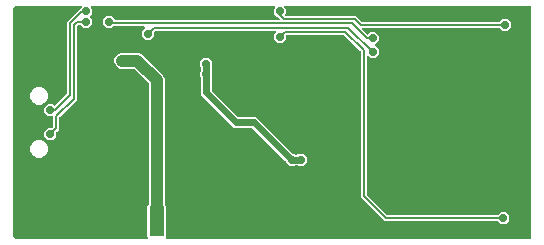
<source format=gbr>
G04 EAGLE Gerber RS-274X export*
G75*
%MOMM*%
%FSLAX34Y34*%
%LPD*%
%INBottom Copper*%
%IPPOS*%
%AMOC8*
5,1,8,0,0,1.08239X$1,22.5*%
G01*
%ADD10C,1.778000*%
%ADD11R,1.270000X2.540000*%
%ADD12C,0.706400*%
%ADD13C,0.200000*%
%ADD14C,0.609600*%
%ADD15C,1.016000*%

G36*
X115903Y2755D02*
X115903Y2755D01*
X115935Y2753D01*
X116042Y2775D01*
X116150Y2791D01*
X116179Y2804D01*
X116211Y2810D01*
X116307Y2862D01*
X116407Y2907D01*
X116431Y2928D01*
X116460Y2943D01*
X116538Y3019D01*
X116621Y3090D01*
X116639Y3117D01*
X116662Y3140D01*
X116716Y3235D01*
X116775Y3326D01*
X116785Y3357D01*
X116801Y3385D01*
X116826Y3491D01*
X116858Y3596D01*
X116858Y3628D01*
X116866Y3660D01*
X116860Y3769D01*
X116862Y3878D01*
X116853Y3909D01*
X116851Y3941D01*
X116816Y4044D01*
X116786Y4150D01*
X116769Y4177D01*
X116759Y4208D01*
X116705Y4281D01*
X116638Y4390D01*
X116602Y4422D01*
X116585Y4445D01*
X116585Y31112D01*
X117563Y32089D01*
X117620Y32166D01*
X117685Y32237D01*
X117705Y32278D01*
X117732Y32314D01*
X117766Y32405D01*
X117808Y32491D01*
X117814Y32533D01*
X117831Y32578D01*
X117841Y32706D01*
X117855Y32795D01*
X117855Y134010D01*
X117842Y134105D01*
X117837Y134201D01*
X117822Y134245D01*
X117815Y134290D01*
X117776Y134377D01*
X117744Y134468D01*
X117719Y134502D01*
X117699Y134546D01*
X117616Y134644D01*
X117563Y134717D01*
X105507Y146773D01*
X105430Y146830D01*
X105359Y146895D01*
X105318Y146915D01*
X105281Y146942D01*
X105191Y146976D01*
X105105Y147018D01*
X105063Y147024D01*
X105017Y147041D01*
X104890Y147051D01*
X104800Y147065D01*
X93936Y147065D01*
X91509Y148071D01*
X89651Y149929D01*
X88645Y152356D01*
X88645Y154984D01*
X89651Y157411D01*
X91509Y159269D01*
X93936Y160275D01*
X109264Y160275D01*
X111691Y159269D01*
X130059Y140901D01*
X131065Y138474D01*
X131065Y32795D01*
X131078Y32701D01*
X131083Y32604D01*
X131098Y32561D01*
X131105Y32516D01*
X131144Y32429D01*
X131176Y32338D01*
X131201Y32303D01*
X131221Y32259D01*
X131304Y32162D01*
X131357Y32089D01*
X132335Y31112D01*
X132335Y4446D01*
X132324Y4431D01*
X132299Y4410D01*
X132239Y4318D01*
X132174Y4231D01*
X132162Y4201D01*
X132145Y4174D01*
X132113Y4069D01*
X132074Y3967D01*
X132072Y3935D01*
X132062Y3904D01*
X132061Y3795D01*
X132052Y3686D01*
X132059Y3654D01*
X132058Y3622D01*
X132088Y3517D01*
X132110Y3410D01*
X132125Y3381D01*
X132134Y3350D01*
X132191Y3257D01*
X132242Y3161D01*
X132265Y3138D01*
X132282Y3110D01*
X132363Y3037D01*
X132439Y2959D01*
X132467Y2943D01*
X132491Y2921D01*
X132589Y2874D01*
X132684Y2820D01*
X132716Y2812D01*
X132745Y2798D01*
X132834Y2784D01*
X132959Y2755D01*
X133007Y2757D01*
X133049Y2751D01*
X440750Y2751D01*
X440814Y2760D01*
X440878Y2759D01*
X440953Y2780D01*
X441029Y2791D01*
X441088Y2817D01*
X441150Y2834D01*
X441216Y2875D01*
X441286Y2907D01*
X441335Y2949D01*
X441390Y2982D01*
X441442Y3040D01*
X441500Y3090D01*
X441536Y3144D01*
X441579Y3192D01*
X441612Y3261D01*
X441655Y3326D01*
X441674Y3388D01*
X441702Y3445D01*
X441713Y3515D01*
X441737Y3596D01*
X441738Y3681D01*
X441749Y3750D01*
X441749Y199450D01*
X441740Y199514D01*
X441741Y199578D01*
X441720Y199653D01*
X441709Y199729D01*
X441683Y199788D01*
X441666Y199850D01*
X441625Y199916D01*
X441593Y199986D01*
X441551Y200035D01*
X441518Y200090D01*
X441460Y200142D01*
X441410Y200200D01*
X441356Y200236D01*
X441308Y200279D01*
X441239Y200312D01*
X441174Y200355D01*
X441112Y200374D01*
X441055Y200402D01*
X440985Y200413D01*
X440904Y200437D01*
X440819Y200438D01*
X440750Y200449D01*
X233294Y200449D01*
X233262Y200445D01*
X233230Y200447D01*
X233123Y200425D01*
X233015Y200409D01*
X232986Y200396D01*
X232954Y200390D01*
X232858Y200338D01*
X232758Y200293D01*
X232734Y200272D01*
X232705Y200257D01*
X232627Y200181D01*
X232544Y200110D01*
X232526Y200083D01*
X232503Y200060D01*
X232449Y199965D01*
X232390Y199874D01*
X232380Y199843D01*
X232364Y199815D01*
X232339Y199709D01*
X232307Y199604D01*
X232307Y199572D01*
X232299Y199541D01*
X232305Y199431D01*
X232303Y199322D01*
X232312Y199291D01*
X232314Y199259D01*
X232349Y199156D01*
X232379Y199050D01*
X232396Y199023D01*
X232406Y198992D01*
X232459Y198919D01*
X232527Y198810D01*
X232563Y198778D01*
X232588Y198743D01*
X233657Y197675D01*
X233657Y193485D01*
X233346Y193175D01*
X233326Y193149D01*
X233302Y193128D01*
X233242Y193036D01*
X233177Y192949D01*
X233165Y192919D01*
X233148Y192892D01*
X233116Y192787D01*
X233077Y192685D01*
X233075Y192653D01*
X233065Y192622D01*
X233064Y192513D01*
X233055Y192404D01*
X233062Y192372D01*
X233061Y192340D01*
X233091Y192235D01*
X233113Y192128D01*
X233128Y192099D01*
X233137Y192068D01*
X233194Y191975D01*
X233245Y191879D01*
X233268Y191856D01*
X233285Y191828D01*
X233366Y191755D01*
X233442Y191677D01*
X233470Y191661D01*
X233494Y191639D01*
X233592Y191592D01*
X233687Y191538D01*
X233719Y191530D01*
X233748Y191516D01*
X233837Y191502D01*
X233962Y191473D01*
X234010Y191475D01*
X234052Y191469D01*
X293336Y191469D01*
X297837Y186967D01*
X297914Y186910D01*
X297985Y186845D01*
X298026Y186825D01*
X298062Y186798D01*
X298152Y186764D01*
X298239Y186722D01*
X298281Y186716D01*
X298326Y186699D01*
X298454Y186689D01*
X298543Y186675D01*
X414060Y186675D01*
X414154Y186688D01*
X414251Y186693D01*
X414294Y186708D01*
X414339Y186715D01*
X414426Y186754D01*
X414517Y186786D01*
X414552Y186811D01*
X414596Y186831D01*
X414693Y186914D01*
X414766Y186967D01*
X417005Y189207D01*
X421195Y189207D01*
X424157Y186245D01*
X424157Y182055D01*
X421195Y179093D01*
X417005Y179093D01*
X414766Y181333D01*
X414689Y181390D01*
X414618Y181455D01*
X414577Y181475D01*
X414541Y181502D01*
X414450Y181536D01*
X414364Y181578D01*
X414322Y181584D01*
X414277Y181601D01*
X414149Y181611D01*
X414060Y181625D01*
X299338Y181625D01*
X299306Y181621D01*
X299274Y181623D01*
X299167Y181601D01*
X299058Y181585D01*
X299029Y181572D01*
X298997Y181566D01*
X298901Y181514D01*
X298801Y181469D01*
X298777Y181448D01*
X298749Y181433D01*
X298670Y181357D01*
X298587Y181286D01*
X298570Y181259D01*
X298546Y181236D01*
X298493Y181141D01*
X298433Y181050D01*
X298423Y181019D01*
X298407Y180991D01*
X298382Y180884D01*
X298350Y180780D01*
X298350Y180748D01*
X298342Y180717D01*
X298348Y180607D01*
X298347Y180498D01*
X298355Y180467D01*
X298357Y180435D01*
X298393Y180332D01*
X298422Y180226D01*
X298439Y180199D01*
X298449Y180168D01*
X298503Y180095D01*
X298570Y179986D01*
X298578Y179980D01*
X298579Y179978D01*
X298608Y179951D01*
X298631Y179919D01*
X302303Y176247D01*
X302354Y176209D01*
X302399Y176163D01*
X302467Y176125D01*
X302529Y176078D01*
X302589Y176055D01*
X302645Y176024D01*
X302720Y176006D01*
X302792Y175979D01*
X302856Y175974D01*
X302919Y175959D01*
X302997Y175963D01*
X303074Y175957D01*
X303137Y175970D01*
X303201Y175973D01*
X303274Y175999D01*
X303350Y176014D01*
X303407Y176045D01*
X303467Y176066D01*
X303524Y176107D01*
X303599Y176147D01*
X303659Y176206D01*
X303716Y176247D01*
X305245Y177777D01*
X309435Y177777D01*
X312397Y174815D01*
X312397Y170625D01*
X309483Y167712D01*
X309444Y167660D01*
X309398Y167615D01*
X309360Y167548D01*
X309314Y167486D01*
X309291Y167426D01*
X309259Y167370D01*
X309241Y167295D01*
X309214Y167222D01*
X309209Y167158D01*
X309194Y167095D01*
X309198Y167018D01*
X309192Y166941D01*
X309205Y166878D01*
X309209Y166814D01*
X309234Y166741D01*
X309250Y166665D01*
X309280Y166608D01*
X309301Y166547D01*
X309343Y166491D01*
X309382Y166416D01*
X309441Y166355D01*
X309483Y166298D01*
X312397Y163385D01*
X312397Y159195D01*
X309435Y156233D01*
X305245Y156233D01*
X303951Y157528D01*
X303925Y157547D01*
X303904Y157572D01*
X303812Y157632D01*
X303725Y157697D01*
X303695Y157709D01*
X303668Y157726D01*
X303563Y157758D01*
X303461Y157797D01*
X303429Y157799D01*
X303398Y157809D01*
X303289Y157810D01*
X303180Y157819D01*
X303148Y157812D01*
X303116Y157813D01*
X303011Y157783D01*
X302904Y157761D01*
X302875Y157746D01*
X302844Y157737D01*
X302751Y157680D01*
X302655Y157629D01*
X302632Y157606D01*
X302604Y157589D01*
X302531Y157508D01*
X302453Y157432D01*
X302437Y157404D01*
X302415Y157380D01*
X302368Y157282D01*
X302314Y157187D01*
X302306Y157155D01*
X302292Y157126D01*
X302278Y157037D01*
X302249Y156912D01*
X302251Y156864D01*
X302245Y156822D01*
X302245Y40830D01*
X302258Y40735D01*
X302263Y40639D01*
X302278Y40595D01*
X302285Y40550D01*
X302324Y40463D01*
X302356Y40372D01*
X302381Y40338D01*
X302401Y40294D01*
X302484Y40196D01*
X302537Y40123D01*
X319523Y23137D01*
X319600Y23080D01*
X319671Y23015D01*
X319712Y22995D01*
X319749Y22968D01*
X319839Y22934D01*
X319925Y22892D01*
X319967Y22886D01*
X320013Y22869D01*
X320140Y22859D01*
X320230Y22845D01*
X412790Y22845D01*
X412884Y22858D01*
X412981Y22863D01*
X413024Y22878D01*
X413069Y22885D01*
X413156Y22924D01*
X413247Y22956D01*
X413282Y22981D01*
X413326Y23001D01*
X413423Y23084D01*
X413496Y23137D01*
X415735Y25377D01*
X419925Y25377D01*
X422887Y22415D01*
X422887Y18225D01*
X419925Y15263D01*
X415735Y15263D01*
X413496Y17503D01*
X413419Y17560D01*
X413348Y17625D01*
X413307Y17645D01*
X413271Y17672D01*
X413180Y17706D01*
X413094Y17748D01*
X413052Y17754D01*
X413007Y17771D01*
X412879Y17781D01*
X412790Y17795D01*
X317724Y17795D01*
X297195Y38324D01*
X297195Y161197D01*
X297182Y161291D01*
X297177Y161388D01*
X297162Y161431D01*
X297155Y161476D01*
X297116Y161563D01*
X297084Y161654D01*
X297059Y161689D01*
X297039Y161733D01*
X296956Y161830D01*
X296903Y161903D01*
X283251Y175555D01*
X283174Y175612D01*
X283103Y175677D01*
X283062Y175697D01*
X283026Y175724D01*
X282936Y175758D01*
X282849Y175800D01*
X282807Y175806D01*
X282762Y175823D01*
X282634Y175833D01*
X282545Y175847D01*
X234656Y175847D01*
X234592Y175838D01*
X234528Y175839D01*
X234453Y175818D01*
X234377Y175807D01*
X234318Y175781D01*
X234256Y175764D01*
X234190Y175723D01*
X234120Y175691D01*
X234071Y175649D01*
X234016Y175616D01*
X233964Y175558D01*
X233906Y175508D01*
X233870Y175454D01*
X233827Y175406D01*
X233794Y175337D01*
X233751Y175272D01*
X233732Y175210D01*
X233704Y175153D01*
X233693Y175083D01*
X233669Y175002D01*
X233668Y174917D01*
X233657Y174848D01*
X233657Y171895D01*
X230695Y168933D01*
X226505Y168933D01*
X223543Y171895D01*
X223543Y176085D01*
X225124Y177665D01*
X225143Y177691D01*
X225168Y177712D01*
X225228Y177804D01*
X225293Y177891D01*
X225305Y177921D01*
X225322Y177948D01*
X225354Y178053D01*
X225393Y178155D01*
X225395Y178187D01*
X225405Y178218D01*
X225406Y178327D01*
X225415Y178436D01*
X225408Y178468D01*
X225409Y178500D01*
X225379Y178605D01*
X225357Y178712D01*
X225342Y178741D01*
X225333Y178772D01*
X225276Y178865D01*
X225225Y178961D01*
X225202Y178984D01*
X225185Y179012D01*
X225104Y179085D01*
X225028Y179163D01*
X225000Y179179D01*
X224976Y179201D01*
X224878Y179248D01*
X224783Y179302D01*
X224751Y179310D01*
X224722Y179324D01*
X224633Y179338D01*
X224508Y179367D01*
X224460Y179365D01*
X224418Y179371D01*
X123666Y179371D01*
X123571Y179358D01*
X123475Y179353D01*
X123431Y179338D01*
X123386Y179331D01*
X123299Y179292D01*
X123208Y179260D01*
X123174Y179235D01*
X123130Y179215D01*
X123032Y179132D01*
X122959Y179079D01*
X122189Y178309D01*
X122175Y178290D01*
X122163Y178279D01*
X122132Y178232D01*
X122067Y178161D01*
X122047Y178120D01*
X122020Y178083D01*
X121986Y177993D01*
X121944Y177907D01*
X121938Y177865D01*
X121921Y177819D01*
X121911Y177692D01*
X121897Y177602D01*
X121897Y174435D01*
X118935Y171473D01*
X114745Y171473D01*
X111783Y174435D01*
X111783Y178625D01*
X114348Y181189D01*
X114368Y181215D01*
X114392Y181236D01*
X114452Y181328D01*
X114517Y181415D01*
X114529Y181445D01*
X114546Y181472D01*
X114578Y181577D01*
X114617Y181679D01*
X114619Y181711D01*
X114629Y181742D01*
X114630Y181851D01*
X114639Y181960D01*
X114632Y181992D01*
X114633Y182024D01*
X114603Y182129D01*
X114581Y182236D01*
X114566Y182265D01*
X114557Y182296D01*
X114500Y182389D01*
X114449Y182485D01*
X114426Y182508D01*
X114409Y182536D01*
X114328Y182609D01*
X114252Y182687D01*
X114224Y182703D01*
X114200Y182725D01*
X114102Y182772D01*
X114007Y182826D01*
X113975Y182834D01*
X113946Y182848D01*
X113857Y182862D01*
X113732Y182891D01*
X113684Y182889D01*
X113642Y182895D01*
X87590Y182895D01*
X87496Y182882D01*
X87399Y182877D01*
X87356Y182862D01*
X87311Y182855D01*
X87224Y182816D01*
X87133Y182784D01*
X87098Y182759D01*
X87054Y182739D01*
X86957Y182656D01*
X86884Y182603D01*
X85915Y181633D01*
X81725Y181633D01*
X78763Y184595D01*
X78763Y188785D01*
X81725Y191747D01*
X85915Y191747D01*
X88900Y188761D01*
X88906Y188741D01*
X88917Y188665D01*
X88943Y188606D01*
X88960Y188544D01*
X89001Y188478D01*
X89033Y188408D01*
X89075Y188359D01*
X89108Y188304D01*
X89166Y188252D01*
X89216Y188194D01*
X89270Y188158D01*
X89318Y188115D01*
X89387Y188082D01*
X89452Y188039D01*
X89514Y188020D01*
X89571Y187992D01*
X89641Y187981D01*
X89722Y187957D01*
X89807Y187956D01*
X89876Y187945D01*
X227426Y187945D01*
X227458Y187949D01*
X227490Y187947D01*
X227597Y187969D01*
X227706Y187985D01*
X227735Y187998D01*
X227767Y188004D01*
X227863Y188056D01*
X227963Y188101D01*
X227987Y188122D01*
X228016Y188137D01*
X228094Y188213D01*
X228177Y188284D01*
X228194Y188311D01*
X228218Y188334D01*
X228271Y188428D01*
X228331Y188520D01*
X228341Y188551D01*
X228357Y188579D01*
X228382Y188685D01*
X228414Y188790D01*
X228414Y188822D01*
X228422Y188853D01*
X228416Y188963D01*
X228417Y189072D01*
X228409Y189103D01*
X228407Y189135D01*
X228371Y189238D01*
X228342Y189344D01*
X228325Y189371D01*
X228315Y189402D01*
X228261Y189475D01*
X228194Y189584D01*
X228158Y189616D01*
X228133Y189651D01*
X227553Y190231D01*
X227476Y190288D01*
X227405Y190353D01*
X227364Y190373D01*
X227327Y190400D01*
X227237Y190434D01*
X227151Y190476D01*
X227109Y190482D01*
X227063Y190499D01*
X226936Y190509D01*
X226846Y190523D01*
X226505Y190523D01*
X223543Y193485D01*
X223543Y197675D01*
X224612Y198743D01*
X224631Y198769D01*
X224656Y198790D01*
X224716Y198882D01*
X224781Y198969D01*
X224793Y198999D01*
X224810Y199026D01*
X224842Y199131D01*
X224881Y199233D01*
X224883Y199265D01*
X224893Y199296D01*
X224894Y199405D01*
X224903Y199514D01*
X224896Y199546D01*
X224897Y199578D01*
X224867Y199683D01*
X224845Y199790D01*
X224830Y199819D01*
X224821Y199850D01*
X224764Y199943D01*
X224713Y200039D01*
X224690Y200062D01*
X224673Y200090D01*
X224592Y200163D01*
X224516Y200241D01*
X224488Y200257D01*
X224464Y200279D01*
X224366Y200326D01*
X224271Y200380D01*
X224239Y200388D01*
X224210Y200402D01*
X224121Y200416D01*
X223996Y200445D01*
X223948Y200443D01*
X223906Y200449D01*
X69464Y200449D01*
X69432Y200445D01*
X69400Y200447D01*
X69293Y200425D01*
X69185Y200409D01*
X69156Y200396D01*
X69124Y200390D01*
X69028Y200338D01*
X68928Y200293D01*
X68904Y200272D01*
X68875Y200257D01*
X68797Y200181D01*
X68714Y200110D01*
X68696Y200083D01*
X68673Y200060D01*
X68619Y199965D01*
X68560Y199874D01*
X68550Y199843D01*
X68534Y199815D01*
X68509Y199709D01*
X68477Y199604D01*
X68477Y199572D01*
X68469Y199541D01*
X68475Y199431D01*
X68473Y199322D01*
X68482Y199291D01*
X68484Y199259D01*
X68519Y199156D01*
X68549Y199050D01*
X68566Y199023D01*
X68576Y198992D01*
X68629Y198919D01*
X68697Y198810D01*
X68733Y198778D01*
X68758Y198743D01*
X69827Y197675D01*
X69827Y193485D01*
X68183Y191842D01*
X68144Y191790D01*
X68098Y191745D01*
X68060Y191678D01*
X68014Y191616D01*
X67991Y191556D01*
X67959Y191500D01*
X67941Y191425D01*
X67914Y191352D01*
X67909Y191288D01*
X67894Y191226D01*
X67898Y191148D01*
X67892Y191071D01*
X67905Y191008D01*
X67909Y190944D01*
X67934Y190871D01*
X67950Y190795D01*
X67980Y190738D01*
X68001Y190677D01*
X68043Y190621D01*
X68082Y190546D01*
X68142Y190485D01*
X68183Y190428D01*
X69827Y188785D01*
X69827Y184595D01*
X66865Y181633D01*
X62675Y181633D01*
X60436Y183873D01*
X60359Y183930D01*
X60288Y183995D01*
X60247Y184015D01*
X60211Y184042D01*
X60120Y184076D01*
X60034Y184118D01*
X59992Y184124D01*
X59947Y184141D01*
X59819Y184151D01*
X59730Y184165D01*
X58610Y184165D01*
X58515Y184152D01*
X58419Y184147D01*
X58375Y184132D01*
X58330Y184125D01*
X58243Y184086D01*
X58152Y184054D01*
X58118Y184029D01*
X58074Y184009D01*
X57976Y183926D01*
X57903Y183873D01*
X57141Y183111D01*
X57084Y183034D01*
X57019Y182963D01*
X56999Y182922D01*
X56972Y182885D01*
X56938Y182795D01*
X56896Y182709D01*
X56890Y182667D01*
X56873Y182621D01*
X56863Y182494D01*
X56849Y182404D01*
X56849Y120684D01*
X55077Y118913D01*
X42187Y106023D01*
X42130Y105946D01*
X42065Y105875D01*
X42045Y105834D01*
X42018Y105798D01*
X41984Y105708D01*
X41942Y105621D01*
X41936Y105579D01*
X41919Y105534D01*
X41909Y105406D01*
X41895Y105317D01*
X41895Y95474D01*
X39639Y93219D01*
X39582Y93142D01*
X39517Y93071D01*
X39497Y93030D01*
X39470Y92993D01*
X39436Y92903D01*
X39394Y92817D01*
X39388Y92775D01*
X39371Y92729D01*
X39361Y92602D01*
X39347Y92512D01*
X39347Y89345D01*
X36385Y86383D01*
X32195Y86383D01*
X29233Y89345D01*
X29233Y93535D01*
X32195Y96497D01*
X35362Y96497D01*
X35457Y96510D01*
X35553Y96515D01*
X35597Y96530D01*
X35642Y96537D01*
X35729Y96576D01*
X35820Y96608D01*
X35854Y96633D01*
X35898Y96653D01*
X35996Y96736D01*
X36069Y96789D01*
X36553Y97273D01*
X36610Y97350D01*
X36675Y97421D01*
X36695Y97462D01*
X36722Y97499D01*
X36756Y97589D01*
X36798Y97675D01*
X36804Y97717D01*
X36821Y97763D01*
X36831Y97890D01*
X36845Y97980D01*
X36845Y105704D01*
X36837Y105765D01*
X36837Y105801D01*
X36837Y105803D01*
X36837Y105832D01*
X36816Y105907D01*
X36805Y105983D01*
X36779Y106042D01*
X36762Y106104D01*
X36721Y106170D01*
X36689Y106240D01*
X36647Y106289D01*
X36614Y106344D01*
X36556Y106396D01*
X36506Y106454D01*
X36452Y106490D01*
X36404Y106533D01*
X36335Y106566D01*
X36270Y106609D01*
X36208Y106628D01*
X36151Y106656D01*
X36081Y106667D01*
X36000Y106691D01*
X35915Y106692D01*
X35846Y106703D01*
X32195Y106703D01*
X29233Y109665D01*
X29233Y113855D01*
X32195Y116817D01*
X36385Y116817D01*
X37279Y115922D01*
X37330Y115884D01*
X37375Y115838D01*
X37442Y115800D01*
X37504Y115753D01*
X37564Y115731D01*
X37620Y115699D01*
X37696Y115681D01*
X37768Y115654D01*
X37832Y115649D01*
X37895Y115634D01*
X37972Y115638D01*
X38049Y115632D01*
X38112Y115645D01*
X38177Y115648D01*
X38250Y115674D01*
X38326Y115689D01*
X38382Y115720D01*
X38443Y115741D01*
X38500Y115782D01*
X38575Y115822D01*
X38635Y115881D01*
X38692Y115922D01*
X47983Y125213D01*
X48040Y125290D01*
X48105Y125361D01*
X48125Y125402D01*
X48152Y125439D01*
X48186Y125529D01*
X48228Y125615D01*
X48234Y125657D01*
X48251Y125703D01*
X48261Y125830D01*
X48275Y125920D01*
X48275Y186466D01*
X59939Y198130D01*
X59964Y198138D01*
X60009Y198145D01*
X60096Y198184D01*
X60187Y198216D01*
X60221Y198241D01*
X60266Y198261D01*
X60363Y198344D01*
X60436Y198397D01*
X60782Y198743D01*
X60801Y198769D01*
X60826Y198790D01*
X60886Y198882D01*
X60951Y198969D01*
X60963Y198999D01*
X60980Y199026D01*
X61012Y199131D01*
X61051Y199233D01*
X61053Y199265D01*
X61063Y199296D01*
X61064Y199405D01*
X61073Y199514D01*
X61066Y199546D01*
X61067Y199578D01*
X61037Y199683D01*
X61015Y199790D01*
X61000Y199819D01*
X60991Y199850D01*
X60934Y199943D01*
X60883Y200039D01*
X60860Y200062D01*
X60843Y200090D01*
X60762Y200163D01*
X60686Y200241D01*
X60658Y200257D01*
X60634Y200279D01*
X60535Y200326D01*
X60441Y200380D01*
X60409Y200388D01*
X60380Y200402D01*
X60291Y200416D01*
X60166Y200445D01*
X60118Y200443D01*
X60076Y200449D01*
X6350Y200449D01*
X6280Y200439D01*
X6220Y200441D01*
X5547Y200352D01*
X5507Y200341D01*
X5465Y200338D01*
X5384Y200307D01*
X5275Y200276D01*
X5225Y200245D01*
X5177Y200227D01*
X4012Y199554D01*
X3928Y199488D01*
X3840Y199428D01*
X3819Y199403D01*
X3790Y199380D01*
X3704Y199259D01*
X3646Y199188D01*
X2973Y198023D01*
X2958Y197984D01*
X2935Y197949D01*
X2910Y197866D01*
X2868Y197761D01*
X2862Y197702D01*
X2848Y197653D01*
X2759Y196980D01*
X2760Y196910D01*
X2751Y196850D01*
X2751Y6350D01*
X2761Y6280D01*
X2759Y6220D01*
X2848Y5547D01*
X2859Y5507D01*
X2862Y5465D01*
X2893Y5384D01*
X2924Y5275D01*
X2955Y5225D01*
X2973Y5177D01*
X3646Y4012D01*
X3712Y3928D01*
X3772Y3840D01*
X3797Y3819D01*
X3820Y3790D01*
X3941Y3704D01*
X4012Y3646D01*
X5177Y2973D01*
X5216Y2958D01*
X5251Y2935D01*
X5334Y2910D01*
X5439Y2868D01*
X5498Y2862D01*
X5547Y2848D01*
X6220Y2759D01*
X6290Y2760D01*
X6350Y2751D01*
X115871Y2751D01*
X115903Y2755D01*
G37*
%LPC*%
G36*
X236665Y64793D02*
X236665Y64793D01*
X233703Y67755D01*
X233703Y68026D01*
X233690Y68121D01*
X233685Y68217D01*
X233670Y68260D01*
X233663Y68305D01*
X233624Y68393D01*
X233592Y68484D01*
X233567Y68518D01*
X233547Y68562D01*
X233464Y68659D01*
X233411Y68733D01*
X205409Y96735D01*
X205332Y96792D01*
X205260Y96857D01*
X205219Y96877D01*
X205183Y96904D01*
X205093Y96938D01*
X205007Y96980D01*
X204965Y96986D01*
X204919Y97003D01*
X204791Y97013D01*
X204702Y97027D01*
X189876Y97027D01*
X161797Y125106D01*
X161797Y139248D01*
X161784Y139342D01*
X161779Y139439D01*
X161764Y139482D01*
X161757Y139527D01*
X161718Y139614D01*
X161686Y139705D01*
X161661Y139740D01*
X161641Y139784D01*
X161558Y139881D01*
X161505Y139954D01*
X161313Y140145D01*
X161313Y144335D01*
X161505Y144526D01*
X161562Y144603D01*
X161627Y144674D01*
X161647Y144715D01*
X161674Y144751D01*
X161708Y144842D01*
X161750Y144928D01*
X161756Y144970D01*
X161773Y145015D01*
X161783Y145143D01*
X161797Y145232D01*
X161797Y148138D01*
X161784Y148232D01*
X161779Y148329D01*
X161764Y148372D01*
X161757Y148417D01*
X161718Y148504D01*
X161686Y148595D01*
X161661Y148630D01*
X161641Y148674D01*
X161558Y148771D01*
X161505Y148844D01*
X161313Y149035D01*
X161313Y153225D01*
X164275Y156187D01*
X168465Y156187D01*
X171427Y153225D01*
X171427Y149035D01*
X171235Y148844D01*
X171178Y148767D01*
X171113Y148696D01*
X171093Y148655D01*
X171066Y148619D01*
X171032Y148528D01*
X170990Y148442D01*
X170984Y148400D01*
X170967Y148355D01*
X170957Y148227D01*
X170943Y148138D01*
X170943Y145232D01*
X170956Y145138D01*
X170961Y145041D01*
X170976Y144998D01*
X170983Y144953D01*
X171022Y144866D01*
X171054Y144775D01*
X171079Y144740D01*
X171099Y144696D01*
X171182Y144599D01*
X171235Y144526D01*
X171427Y144335D01*
X171427Y140145D01*
X171235Y139954D01*
X171178Y139877D01*
X171113Y139806D01*
X171093Y139765D01*
X171066Y139729D01*
X171032Y139638D01*
X170990Y139552D01*
X170984Y139510D01*
X170967Y139465D01*
X170957Y139337D01*
X170943Y139248D01*
X170943Y129308D01*
X170956Y129213D01*
X170961Y129117D01*
X170976Y129074D01*
X170983Y129029D01*
X171022Y128941D01*
X171054Y128850D01*
X171079Y128816D01*
X171099Y128772D01*
X171182Y128675D01*
X171235Y128601D01*
X193371Y106465D01*
X193448Y106408D01*
X193520Y106343D01*
X193561Y106323D01*
X193597Y106296D01*
X193687Y106262D01*
X193773Y106220D01*
X193815Y106214D01*
X193861Y106197D01*
X193989Y106187D01*
X194078Y106173D01*
X208904Y106173D01*
X239877Y75199D01*
X239954Y75142D01*
X240026Y75077D01*
X240067Y75057D01*
X240103Y75030D01*
X240193Y74996D01*
X240279Y74954D01*
X240321Y74948D01*
X240367Y74931D01*
X240495Y74921D01*
X240584Y74907D01*
X240855Y74907D01*
X241046Y74715D01*
X241123Y74658D01*
X241194Y74593D01*
X241235Y74573D01*
X241271Y74546D01*
X241362Y74512D01*
X241448Y74470D01*
X241490Y74464D01*
X241535Y74447D01*
X241663Y74437D01*
X241752Y74423D01*
X243388Y74423D01*
X243483Y74436D01*
X243579Y74441D01*
X243622Y74456D01*
X243667Y74463D01*
X243754Y74502D01*
X243845Y74534D01*
X243880Y74559D01*
X243924Y74579D01*
X244021Y74662D01*
X244094Y74715D01*
X244285Y74907D01*
X248475Y74907D01*
X251437Y71945D01*
X251437Y67755D01*
X248475Y64793D01*
X244285Y64793D01*
X244094Y64985D01*
X244017Y65042D01*
X243946Y65107D01*
X243905Y65127D01*
X243869Y65154D01*
X243779Y65188D01*
X243692Y65230D01*
X243650Y65236D01*
X243605Y65253D01*
X243477Y65263D01*
X243388Y65277D01*
X241752Y65277D01*
X241658Y65264D01*
X241561Y65259D01*
X241518Y65244D01*
X241473Y65237D01*
X241386Y65198D01*
X241295Y65166D01*
X241260Y65141D01*
X241216Y65121D01*
X241119Y65038D01*
X241046Y64985D01*
X240855Y64793D01*
X236665Y64793D01*
G37*
%LPD*%
%LPC*%
G36*
X14956Y154099D02*
X14956Y154099D01*
X12751Y155013D01*
X11063Y156701D01*
X10149Y158906D01*
X10149Y161294D01*
X11063Y163499D01*
X12751Y165187D01*
X14956Y166101D01*
X17344Y166101D01*
X17768Y165925D01*
X17861Y165901D01*
X17951Y165869D01*
X17997Y165866D01*
X18041Y165855D01*
X18137Y165858D01*
X18233Y165852D01*
X18274Y165863D01*
X18323Y165864D01*
X18444Y165904D01*
X18532Y165925D01*
X18956Y166101D01*
X21344Y166101D01*
X23628Y165155D01*
X23669Y165124D01*
X23729Y165101D01*
X23785Y165069D01*
X23861Y165051D01*
X23933Y165024D01*
X23997Y165019D01*
X24060Y165004D01*
X24137Y165008D01*
X24214Y165002D01*
X24277Y165015D01*
X24342Y165019D01*
X24415Y165044D01*
X24490Y165060D01*
X24547Y165090D01*
X24608Y165111D01*
X24661Y165150D01*
X26956Y166101D01*
X29344Y166101D01*
X29768Y165925D01*
X29861Y165901D01*
X29951Y165869D01*
X29997Y165866D01*
X30041Y165855D01*
X30137Y165858D01*
X30233Y165852D01*
X30274Y165863D01*
X30323Y165864D01*
X30444Y165904D01*
X30532Y165925D01*
X30956Y166101D01*
X33344Y166101D01*
X35549Y165187D01*
X37237Y163499D01*
X38151Y161294D01*
X38151Y158906D01*
X37237Y156701D01*
X35549Y155013D01*
X33344Y154099D01*
X30956Y154099D01*
X30532Y154275D01*
X30439Y154299D01*
X30349Y154331D01*
X30303Y154334D01*
X30259Y154345D01*
X30163Y154342D01*
X30067Y154348D01*
X30026Y154337D01*
X29977Y154336D01*
X29856Y154296D01*
X29768Y154275D01*
X29344Y154099D01*
X26956Y154099D01*
X24673Y155045D01*
X24631Y155076D01*
X24571Y155099D01*
X24515Y155131D01*
X24440Y155149D01*
X24368Y155176D01*
X24303Y155181D01*
X24241Y155196D01*
X24163Y155192D01*
X24086Y155198D01*
X24023Y155185D01*
X23959Y155181D01*
X23886Y155156D01*
X23810Y155140D01*
X23753Y155110D01*
X23692Y155089D01*
X23640Y155050D01*
X21344Y154099D01*
X18956Y154099D01*
X18532Y154275D01*
X18439Y154299D01*
X18349Y154331D01*
X18303Y154334D01*
X18259Y154345D01*
X18163Y154342D01*
X18067Y154348D01*
X18026Y154337D01*
X17977Y154336D01*
X17856Y154296D01*
X17768Y154275D01*
X17344Y154099D01*
X14956Y154099D01*
G37*
%LPD*%
%LPC*%
G36*
X14956Y37099D02*
X14956Y37099D01*
X12751Y38013D01*
X11063Y39701D01*
X10149Y41906D01*
X10149Y44294D01*
X11063Y46499D01*
X12751Y48187D01*
X14956Y49101D01*
X17344Y49101D01*
X17768Y48925D01*
X17861Y48901D01*
X17951Y48869D01*
X17997Y48866D01*
X18041Y48855D01*
X18137Y48858D01*
X18233Y48852D01*
X18274Y48863D01*
X18323Y48864D01*
X18444Y48904D01*
X18532Y48925D01*
X18956Y49101D01*
X21344Y49101D01*
X23628Y48155D01*
X23669Y48124D01*
X23729Y48101D01*
X23785Y48069D01*
X23861Y48051D01*
X23933Y48024D01*
X23997Y48019D01*
X24060Y48004D01*
X24137Y48008D01*
X24214Y48002D01*
X24277Y48015D01*
X24342Y48019D01*
X24415Y48044D01*
X24490Y48060D01*
X24547Y48090D01*
X24608Y48111D01*
X24661Y48150D01*
X26956Y49101D01*
X29344Y49101D01*
X29768Y48925D01*
X29861Y48901D01*
X29951Y48869D01*
X29997Y48866D01*
X30041Y48855D01*
X30137Y48858D01*
X30233Y48852D01*
X30274Y48863D01*
X30323Y48864D01*
X30444Y48904D01*
X30532Y48925D01*
X30956Y49101D01*
X33344Y49101D01*
X35549Y48187D01*
X37237Y46499D01*
X38151Y44294D01*
X38151Y41906D01*
X37237Y39701D01*
X35549Y38013D01*
X33344Y37099D01*
X30956Y37099D01*
X30532Y37275D01*
X30439Y37299D01*
X30349Y37331D01*
X30303Y37334D01*
X30259Y37345D01*
X30163Y37342D01*
X30067Y37348D01*
X30026Y37337D01*
X29977Y37336D01*
X29856Y37296D01*
X29768Y37275D01*
X29344Y37099D01*
X26956Y37099D01*
X24673Y38045D01*
X24631Y38076D01*
X24571Y38099D01*
X24515Y38131D01*
X24440Y38149D01*
X24368Y38176D01*
X24303Y38181D01*
X24241Y38196D01*
X24163Y38192D01*
X24086Y38198D01*
X24023Y38185D01*
X23959Y38181D01*
X23886Y38156D01*
X23810Y38140D01*
X23753Y38110D01*
X23692Y38089D01*
X23640Y38050D01*
X21344Y37099D01*
X18956Y37099D01*
X18532Y37275D01*
X18439Y37299D01*
X18349Y37331D01*
X18303Y37334D01*
X18259Y37345D01*
X18163Y37342D01*
X18067Y37348D01*
X18026Y37337D01*
X17977Y37336D01*
X17856Y37296D01*
X17768Y37275D01*
X17344Y37099D01*
X14956Y37099D01*
G37*
%LPD*%
%LPC*%
G36*
X23358Y116599D02*
X23358Y116599D01*
X20601Y117741D01*
X18491Y119851D01*
X17349Y122608D01*
X17349Y125592D01*
X18491Y128349D01*
X20601Y130459D01*
X23358Y131601D01*
X26342Y131601D01*
X29099Y130459D01*
X31209Y128349D01*
X32351Y125592D01*
X32351Y122608D01*
X31209Y119851D01*
X29099Y117741D01*
X26342Y116599D01*
X23358Y116599D01*
G37*
%LPD*%
%LPC*%
G36*
X23358Y71599D02*
X23358Y71599D01*
X20601Y72741D01*
X18491Y74851D01*
X17349Y77608D01*
X17349Y80592D01*
X18491Y83349D01*
X20601Y85459D01*
X23358Y86601D01*
X26342Y86601D01*
X29099Y85459D01*
X31209Y83349D01*
X32351Y80592D01*
X32351Y77608D01*
X31209Y74851D01*
X29099Y72741D01*
X26342Y71599D01*
X23358Y71599D01*
G37*
%LPD*%
D10*
X33040Y160100D02*
X15260Y160100D01*
X15260Y43100D02*
X33040Y43100D01*
D11*
X144780Y17780D03*
X124460Y17780D03*
D12*
X78740Y24130D03*
X144780Y25400D03*
X144780Y10160D03*
X66040Y24130D03*
X330000Y160000D03*
X330000Y130000D03*
X330000Y100000D03*
X330000Y70000D03*
X330000Y40000D03*
X370000Y160000D03*
X370000Y130000D03*
X370000Y100000D03*
X370000Y70000D03*
X370000Y40000D03*
X410000Y130000D03*
X410000Y100000D03*
X410000Y70000D03*
X410000Y40000D03*
X260000Y130000D03*
X260000Y100000D03*
X260000Y70000D03*
X230000Y100000D03*
X260000Y160000D03*
X260000Y40000D03*
X64770Y195580D03*
X34290Y111760D03*
D13*
X38100Y111760D01*
X50800Y124460D02*
X50800Y185420D01*
X60960Y195580D01*
X64770Y195580D01*
X50800Y124460D02*
X38100Y111760D01*
D12*
X64770Y186690D03*
X34290Y91440D03*
D13*
X39370Y96520D01*
X39370Y106776D01*
X54324Y121730D01*
X54324Y183864D02*
X57150Y186690D01*
X64770Y186690D01*
X54324Y183864D02*
X54324Y121730D01*
D12*
X116840Y176530D03*
D13*
X122206Y181896D01*
X286734Y181896D02*
X307340Y161290D01*
X286734Y181896D02*
X122206Y181896D01*
D12*
X307340Y161290D03*
X83820Y186690D03*
D13*
X85090Y185420D01*
X289560Y185420D01*
X302260Y172720D01*
X307340Y172720D01*
D12*
X307340Y172720D03*
X246380Y69850D03*
X238760Y69850D03*
X166370Y151130D03*
X166370Y142240D03*
D14*
X166370Y151130D02*
X166370Y127000D01*
X191770Y101600D01*
X207010Y101600D01*
X238760Y69850D01*
X246380Y69850D01*
D12*
X124460Y25400D03*
X124460Y10160D03*
X104140Y153670D03*
X95250Y153670D03*
D15*
X124460Y72390D02*
X124460Y20000D01*
X124460Y72390D02*
X124460Y74930D01*
X124460Y87630D01*
X124460Y137160D01*
X107950Y153670D02*
X95250Y153670D01*
X107950Y153670D02*
X124460Y137160D01*
D12*
X124460Y88900D03*
X124460Y53340D03*
X124460Y71120D03*
D13*
X124460Y87630D02*
X124460Y88900D01*
X124460Y72390D02*
X124460Y53340D01*
X124460Y71120D02*
X126365Y73025D01*
X124460Y74930D01*
X124460Y20000D02*
X124460Y17780D01*
D12*
X228600Y195580D03*
X419100Y184150D03*
D13*
X228600Y192754D02*
X228600Y195580D01*
X228600Y192754D02*
X232410Y188944D01*
X297084Y184150D02*
X419100Y184150D01*
X297084Y184150D02*
X292290Y188944D01*
X232410Y188944D01*
D12*
X228600Y173990D03*
X417830Y20320D03*
D13*
X232982Y178372D02*
X228600Y173990D01*
X299720Y162656D02*
X299720Y39370D01*
X318770Y20320D01*
X417830Y20320D01*
X284004Y178372D02*
X232982Y178372D01*
X284004Y178372D02*
X299720Y162656D01*
M02*

</source>
